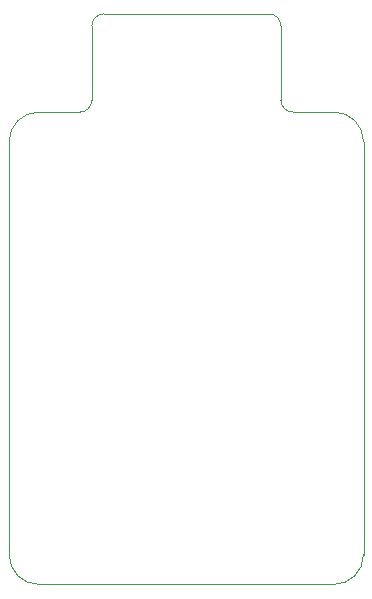
<source format=gbr>
%TF.GenerationSoftware,KiCad,Pcbnew,(5.1.8)-1*%
%TF.CreationDate,2021-08-18T00:38:57+02:00*%
%TF.ProjectId,Haubenblitzer_LED,48617562-656e-4626-9c69-747a65725f4c,rev?*%
%TF.SameCoordinates,Original*%
%TF.FileFunction,Profile,NP*%
%FSLAX46Y46*%
G04 Gerber Fmt 4.6, Leading zero omitted, Abs format (unit mm)*
G04 Created by KiCad (PCBNEW (5.1.8)-1) date 2021-08-18 00:38:57*
%MOMM*%
%LPD*%
G01*
G04 APERTURE LIST*
%TA.AperFunction,Profile*%
%ADD10C,0.050000*%
%TD*%
G04 APERTURE END LIST*
D10*
X168500000Y-113800000D02*
X168500000Y-107500000D01*
X173000000Y-114800000D02*
X169500000Y-114800000D01*
X169500000Y-114800000D02*
G75*
G02*
X168500000Y-113800000I0J1000000D01*
G01*
X152500000Y-113800000D02*
X152500000Y-107500000D01*
X148000000Y-114800000D02*
X151500000Y-114800000D01*
X152500000Y-113800000D02*
G75*
G02*
X151500000Y-114800000I-1000000J0D01*
G01*
X145500000Y-152300000D02*
X145500000Y-117300000D01*
X175500000Y-152300000D02*
X175500000Y-117300000D01*
X148000000Y-154800000D02*
X173000000Y-154800000D01*
X175500000Y-152300000D02*
G75*
G02*
X173000000Y-154800000I-2500000J0D01*
G01*
X148000000Y-154800000D02*
G75*
G02*
X145500000Y-152300000I0J2500000D01*
G01*
X145500000Y-117300000D02*
G75*
G02*
X148000000Y-114800000I2500000J0D01*
G01*
X173000000Y-114800000D02*
G75*
G02*
X175500000Y-117300000I0J-2500000D01*
G01*
X167500000Y-106500000D02*
G75*
G02*
X168500000Y-107500000I0J-1000000D01*
G01*
X152500000Y-107500000D02*
G75*
G02*
X153500000Y-106500000I1000000J0D01*
G01*
X153500000Y-106500000D02*
X167500000Y-106500000D01*
M02*

</source>
